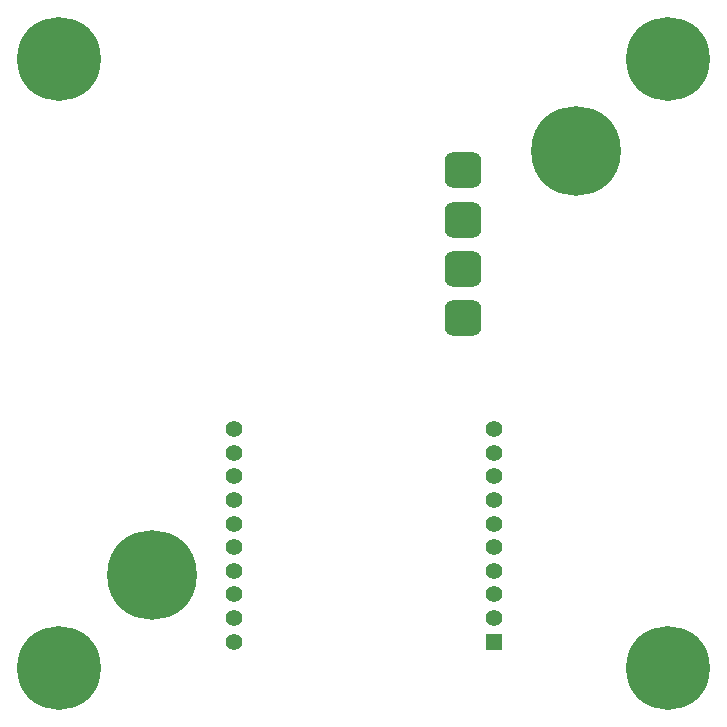
<source format=gbr>
%TF.GenerationSoftware,Altium Limited,Altium Designer,24.2.2 (26)*%
G04 Layer_Color=16711935*
%FSLAX45Y45*%
%MOMM*%
%TF.SameCoordinates,7B2EFB22-2454-4570-B993-6C8DBF9E02C9*%
%TF.FilePolarity,Negative*%
%TF.FileFunction,Soldermask,Bot*%
%TF.Part,Single*%
G01*
G75*
%TA.AperFunction,ComponentPad*%
%ADD20R,1.40000X1.40000*%
%ADD21C,1.40000*%
G04:AMPARAMS|DCode=36|XSize=3.1mm|YSize=3.1mm|CornerRadius=0.8mm|HoleSize=0mm|Usage=FLASHONLY|Rotation=0.000|XOffset=0mm|YOffset=0mm|HoleType=Round|Shape=RoundedRectangle|*
%AMROUNDEDRECTD36*
21,1,3.10000,1.50000,0,0,0.0*
21,1,1.50000,3.10000,0,0,0.0*
1,1,1.60000,0.75000,-0.75000*
1,1,1.60000,-0.75000,-0.75000*
1,1,1.60000,-0.75000,0.75000*
1,1,1.60000,0.75000,0.75000*
%
%ADD36ROUNDEDRECTD36*%
%ADD37C,1.20000*%
%TA.AperFunction,ViaPad*%
%ADD38C,7.10000*%
%ADD39C,7.60000*%
D20*
X4275000Y817880D02*
D03*
D21*
Y1017880D02*
D03*
Y1217880D02*
D03*
Y1417880D02*
D03*
Y1617880D02*
D03*
Y1817880D02*
D03*
Y2017880D02*
D03*
Y2217880D02*
D03*
Y2417880D02*
D03*
Y2617880D02*
D03*
X2075000D02*
D03*
Y2417880D02*
D03*
Y2217880D02*
D03*
Y2017880D02*
D03*
Y1817880D02*
D03*
Y1617880D02*
D03*
Y1417880D02*
D03*
Y1217880D02*
D03*
Y1017880D02*
D03*
Y817880D02*
D03*
D36*
X4015740Y4386580D02*
D03*
X4015700Y4811600D02*
D03*
X4015740Y3971600D02*
D03*
X4015700Y3556600D02*
D03*
D37*
X4015740Y4386580D02*
D03*
X4015700Y4811600D02*
D03*
X4015740Y3971600D02*
D03*
X4015700Y3556600D02*
D03*
D38*
X5753100Y5753100D02*
D03*
X596900Y596900D02*
D03*
X5753100D02*
D03*
X596900Y5753100D02*
D03*
D39*
X4971059Y4971059D02*
D03*
X1378941Y1378941D02*
D03*
%TF.MD5,1cae2bb326ff15eb20995ff3871a3a4b*%
M02*

</source>
